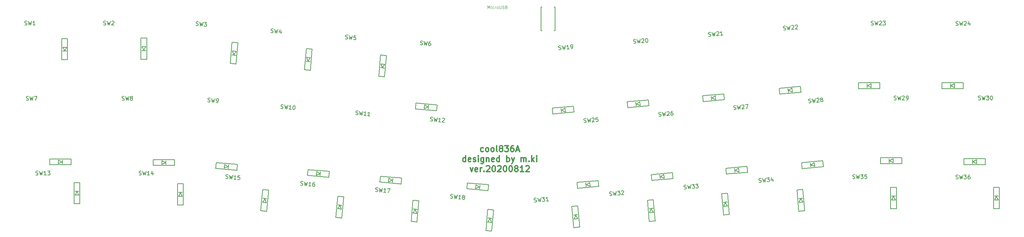
<source format=gto>
%TF.GenerationSoftware,KiCad,Pcbnew,(5.1.6-0-10_14)*%
%TF.CreationDate,2020-08-12T22:04:00+09:00*%
%TF.ProjectId,cool836,636f6f6c-3833-4362-9e6b-696361645f70,rev?*%
%TF.SameCoordinates,Original*%
%TF.FileFunction,Legend,Top*%
%TF.FilePolarity,Positive*%
%FSLAX46Y46*%
G04 Gerber Fmt 4.6, Leading zero omitted, Abs format (unit mm)*
G04 Created by KiCad (PCBNEW (5.1.6-0-10_14)) date 2020-08-12 22:04:00*
%MOMM*%
%LPD*%
G01*
G04 APERTURE LIST*
%ADD10C,0.300000*%
%ADD11C,0.150000*%
%ADD12C,0.120000*%
G04 APERTURE END LIST*
D10*
X175421428Y65867857D02*
X175278571Y65796428D01*
X174992857Y65796428D01*
X174850000Y65867857D01*
X174778571Y65939285D01*
X174707142Y66082142D01*
X174707142Y66510714D01*
X174778571Y66653571D01*
X174850000Y66725000D01*
X174992857Y66796428D01*
X175278571Y66796428D01*
X175421428Y66725000D01*
X176278571Y65796428D02*
X176135714Y65867857D01*
X176064285Y65939285D01*
X175992857Y66082142D01*
X175992857Y66510714D01*
X176064285Y66653571D01*
X176135714Y66725000D01*
X176278571Y66796428D01*
X176492857Y66796428D01*
X176635714Y66725000D01*
X176707142Y66653571D01*
X176778571Y66510714D01*
X176778571Y66082142D01*
X176707142Y65939285D01*
X176635714Y65867857D01*
X176492857Y65796428D01*
X176278571Y65796428D01*
X177635714Y65796428D02*
X177492857Y65867857D01*
X177421428Y65939285D01*
X177350000Y66082142D01*
X177350000Y66510714D01*
X177421428Y66653571D01*
X177492857Y66725000D01*
X177635714Y66796428D01*
X177850000Y66796428D01*
X177992857Y66725000D01*
X178064285Y66653571D01*
X178135714Y66510714D01*
X178135714Y66082142D01*
X178064285Y65939285D01*
X177992857Y65867857D01*
X177850000Y65796428D01*
X177635714Y65796428D01*
X178992857Y65796428D02*
X178850000Y65867857D01*
X178778571Y66010714D01*
X178778571Y67296428D01*
X179778571Y66653571D02*
X179635714Y66725000D01*
X179564285Y66796428D01*
X179492857Y66939285D01*
X179492857Y67010714D01*
X179564285Y67153571D01*
X179635714Y67225000D01*
X179778571Y67296428D01*
X180064285Y67296428D01*
X180207142Y67225000D01*
X180278571Y67153571D01*
X180350000Y67010714D01*
X180350000Y66939285D01*
X180278571Y66796428D01*
X180207142Y66725000D01*
X180064285Y66653571D01*
X179778571Y66653571D01*
X179635714Y66582142D01*
X179564285Y66510714D01*
X179492857Y66367857D01*
X179492857Y66082142D01*
X179564285Y65939285D01*
X179635714Y65867857D01*
X179778571Y65796428D01*
X180064285Y65796428D01*
X180207142Y65867857D01*
X180278571Y65939285D01*
X180350000Y66082142D01*
X180350000Y66367857D01*
X180278571Y66510714D01*
X180207142Y66582142D01*
X180064285Y66653571D01*
X180850000Y67296428D02*
X181778571Y67296428D01*
X181278571Y66725000D01*
X181492857Y66725000D01*
X181635714Y66653571D01*
X181707142Y66582142D01*
X181778571Y66439285D01*
X181778571Y66082142D01*
X181707142Y65939285D01*
X181635714Y65867857D01*
X181492857Y65796428D01*
X181064285Y65796428D01*
X180921428Y65867857D01*
X180850000Y65939285D01*
X183064285Y67296428D02*
X182778571Y67296428D01*
X182635714Y67225000D01*
X182564285Y67153571D01*
X182421428Y66939285D01*
X182350000Y66653571D01*
X182350000Y66082142D01*
X182421428Y65939285D01*
X182492857Y65867857D01*
X182635714Y65796428D01*
X182921428Y65796428D01*
X183064285Y65867857D01*
X183135714Y65939285D01*
X183207142Y66082142D01*
X183207142Y66439285D01*
X183135714Y66582142D01*
X183064285Y66653571D01*
X182921428Y66725000D01*
X182635714Y66725000D01*
X182492857Y66653571D01*
X182421428Y66582142D01*
X182350000Y66439285D01*
X183778571Y66225000D02*
X184492857Y66225000D01*
X183635714Y65796428D02*
X184135714Y67296428D01*
X184635714Y65796428D01*
X170921428Y63246428D02*
X170921428Y64746428D01*
X170921428Y63317857D02*
X170778571Y63246428D01*
X170492857Y63246428D01*
X170350000Y63317857D01*
X170278571Y63389285D01*
X170207142Y63532142D01*
X170207142Y63960714D01*
X170278571Y64103571D01*
X170350000Y64175000D01*
X170492857Y64246428D01*
X170778571Y64246428D01*
X170921428Y64175000D01*
X172207142Y63317857D02*
X172064285Y63246428D01*
X171778571Y63246428D01*
X171635714Y63317857D01*
X171564285Y63460714D01*
X171564285Y64032142D01*
X171635714Y64175000D01*
X171778571Y64246428D01*
X172064285Y64246428D01*
X172207142Y64175000D01*
X172278571Y64032142D01*
X172278571Y63889285D01*
X171564285Y63746428D01*
X172850000Y63317857D02*
X172992857Y63246428D01*
X173278571Y63246428D01*
X173421428Y63317857D01*
X173492857Y63460714D01*
X173492857Y63532142D01*
X173421428Y63675000D01*
X173278571Y63746428D01*
X173064285Y63746428D01*
X172921428Y63817857D01*
X172850000Y63960714D01*
X172850000Y64032142D01*
X172921428Y64175000D01*
X173064285Y64246428D01*
X173278571Y64246428D01*
X173421428Y64175000D01*
X174135714Y63246428D02*
X174135714Y64246428D01*
X174135714Y64746428D02*
X174064285Y64675000D01*
X174135714Y64603571D01*
X174207142Y64675000D01*
X174135714Y64746428D01*
X174135714Y64603571D01*
X175492857Y64246428D02*
X175492857Y63032142D01*
X175421428Y62889285D01*
X175350000Y62817857D01*
X175207142Y62746428D01*
X174992857Y62746428D01*
X174850000Y62817857D01*
X175492857Y63317857D02*
X175350000Y63246428D01*
X175064285Y63246428D01*
X174921428Y63317857D01*
X174850000Y63389285D01*
X174778571Y63532142D01*
X174778571Y63960714D01*
X174850000Y64103571D01*
X174921428Y64175000D01*
X175064285Y64246428D01*
X175350000Y64246428D01*
X175492857Y64175000D01*
X176207142Y64246428D02*
X176207142Y63246428D01*
X176207142Y64103571D02*
X176278571Y64175000D01*
X176421428Y64246428D01*
X176635714Y64246428D01*
X176778571Y64175000D01*
X176850000Y64032142D01*
X176850000Y63246428D01*
X178135714Y63317857D02*
X177992857Y63246428D01*
X177707142Y63246428D01*
X177564285Y63317857D01*
X177492857Y63460714D01*
X177492857Y64032142D01*
X177564285Y64175000D01*
X177707142Y64246428D01*
X177992857Y64246428D01*
X178135714Y64175000D01*
X178207142Y64032142D01*
X178207142Y63889285D01*
X177492857Y63746428D01*
X179492857Y63246428D02*
X179492857Y64746428D01*
X179492857Y63317857D02*
X179350000Y63246428D01*
X179064285Y63246428D01*
X178921428Y63317857D01*
X178850000Y63389285D01*
X178778571Y63532142D01*
X178778571Y63960714D01*
X178850000Y64103571D01*
X178921428Y64175000D01*
X179064285Y64246428D01*
X179350000Y64246428D01*
X179492857Y64175000D01*
X181350000Y63246428D02*
X181350000Y64746428D01*
X181350000Y64175000D02*
X181492857Y64246428D01*
X181778571Y64246428D01*
X181921428Y64175000D01*
X181992857Y64103571D01*
X182064285Y63960714D01*
X182064285Y63532142D01*
X181992857Y63389285D01*
X181921428Y63317857D01*
X181778571Y63246428D01*
X181492857Y63246428D01*
X181350000Y63317857D01*
X182564285Y64246428D02*
X182921428Y63246428D01*
X183278571Y64246428D02*
X182921428Y63246428D01*
X182778571Y62889285D01*
X182707142Y62817857D01*
X182564285Y62746428D01*
X184992857Y63246428D02*
X184992857Y64246428D01*
X184992857Y64103571D02*
X185064285Y64175000D01*
X185207142Y64246428D01*
X185421428Y64246428D01*
X185564285Y64175000D01*
X185635714Y64032142D01*
X185635714Y63246428D01*
X185635714Y64032142D02*
X185707142Y64175000D01*
X185850000Y64246428D01*
X186064285Y64246428D01*
X186207142Y64175000D01*
X186278571Y64032142D01*
X186278571Y63246428D01*
X186992857Y63389285D02*
X187064285Y63317857D01*
X186992857Y63246428D01*
X186921428Y63317857D01*
X186992857Y63389285D01*
X186992857Y63246428D01*
X187707142Y63246428D02*
X187707142Y64746428D01*
X187850000Y63817857D02*
X188278571Y63246428D01*
X188278571Y64246428D02*
X187707142Y63675000D01*
X188921428Y63246428D02*
X188921428Y64246428D01*
X188921428Y64746428D02*
X188850000Y64675000D01*
X188921428Y64603571D01*
X188992857Y64675000D01*
X188921428Y64746428D01*
X188921428Y64603571D01*
X172064285Y61696428D02*
X172421428Y60696428D01*
X172778571Y61696428D01*
X173921428Y60767857D02*
X173778571Y60696428D01*
X173492857Y60696428D01*
X173350000Y60767857D01*
X173278571Y60910714D01*
X173278571Y61482142D01*
X173350000Y61625000D01*
X173492857Y61696428D01*
X173778571Y61696428D01*
X173921428Y61625000D01*
X173992857Y61482142D01*
X173992857Y61339285D01*
X173278571Y61196428D01*
X174635714Y60696428D02*
X174635714Y61696428D01*
X174635714Y61410714D02*
X174707142Y61553571D01*
X174778571Y61625000D01*
X174921428Y61696428D01*
X175064285Y61696428D01*
X175564285Y60839285D02*
X175635714Y60767857D01*
X175564285Y60696428D01*
X175492857Y60767857D01*
X175564285Y60839285D01*
X175564285Y60696428D01*
X176207142Y62053571D02*
X176278571Y62125000D01*
X176421428Y62196428D01*
X176778571Y62196428D01*
X176921428Y62125000D01*
X176992857Y62053571D01*
X177064285Y61910714D01*
X177064285Y61767857D01*
X176992857Y61553571D01*
X176135714Y60696428D01*
X177064285Y60696428D01*
X177992857Y62196428D02*
X178135714Y62196428D01*
X178278571Y62125000D01*
X178350000Y62053571D01*
X178421428Y61910714D01*
X178492857Y61625000D01*
X178492857Y61267857D01*
X178421428Y60982142D01*
X178350000Y60839285D01*
X178278571Y60767857D01*
X178135714Y60696428D01*
X177992857Y60696428D01*
X177850000Y60767857D01*
X177778571Y60839285D01*
X177707142Y60982142D01*
X177635714Y61267857D01*
X177635714Y61625000D01*
X177707142Y61910714D01*
X177778571Y62053571D01*
X177850000Y62125000D01*
X177992857Y62196428D01*
X179064285Y62053571D02*
X179135714Y62125000D01*
X179278571Y62196428D01*
X179635714Y62196428D01*
X179778571Y62125000D01*
X179850000Y62053571D01*
X179921428Y61910714D01*
X179921428Y61767857D01*
X179850000Y61553571D01*
X178992857Y60696428D01*
X179921428Y60696428D01*
X180850000Y62196428D02*
X180992857Y62196428D01*
X181135714Y62125000D01*
X181207142Y62053571D01*
X181278571Y61910714D01*
X181350000Y61625000D01*
X181350000Y61267857D01*
X181278571Y60982142D01*
X181207142Y60839285D01*
X181135714Y60767857D01*
X180992857Y60696428D01*
X180850000Y60696428D01*
X180707142Y60767857D01*
X180635714Y60839285D01*
X180564285Y60982142D01*
X180492857Y61267857D01*
X180492857Y61625000D01*
X180564285Y61910714D01*
X180635714Y62053571D01*
X180707142Y62125000D01*
X180850000Y62196428D01*
X182278571Y62196428D02*
X182421428Y62196428D01*
X182564285Y62125000D01*
X182635714Y62053571D01*
X182707142Y61910714D01*
X182778571Y61625000D01*
X182778571Y61267857D01*
X182707142Y60982142D01*
X182635714Y60839285D01*
X182564285Y60767857D01*
X182421428Y60696428D01*
X182278571Y60696428D01*
X182135714Y60767857D01*
X182064285Y60839285D01*
X181992857Y60982142D01*
X181921428Y61267857D01*
X181921428Y61625000D01*
X181992857Y61910714D01*
X182064285Y62053571D01*
X182135714Y62125000D01*
X182278571Y62196428D01*
X183635714Y61553571D02*
X183492857Y61625000D01*
X183421428Y61696428D01*
X183350000Y61839285D01*
X183350000Y61910714D01*
X183421428Y62053571D01*
X183492857Y62125000D01*
X183635714Y62196428D01*
X183921428Y62196428D01*
X184064285Y62125000D01*
X184135714Y62053571D01*
X184207142Y61910714D01*
X184207142Y61839285D01*
X184135714Y61696428D01*
X184064285Y61625000D01*
X183921428Y61553571D01*
X183635714Y61553571D01*
X183492857Y61482142D01*
X183421428Y61410714D01*
X183350000Y61267857D01*
X183350000Y60982142D01*
X183421428Y60839285D01*
X183492857Y60767857D01*
X183635714Y60696428D01*
X183921428Y60696428D01*
X184064285Y60767857D01*
X184135714Y60839285D01*
X184207142Y60982142D01*
X184207142Y61267857D01*
X184135714Y61410714D01*
X184064285Y61482142D01*
X183921428Y61553571D01*
X185635714Y60696428D02*
X184778571Y60696428D01*
X185207142Y60696428D02*
X185207142Y62196428D01*
X185064285Y61982142D01*
X184921428Y61839285D01*
X184778571Y61767857D01*
X186207142Y62053571D02*
X186278571Y62125000D01*
X186421428Y62196428D01*
X186778571Y62196428D01*
X186921428Y62125000D01*
X186992857Y62053571D01*
X187064285Y61910714D01*
X187064285Y61767857D01*
X186992857Y61553571D01*
X186135714Y60696428D01*
X187064285Y60696428D01*
D11*
%TO.C,D1*%
X69200000Y91425000D02*
X68700000Y92325000D01*
X68700000Y92325000D02*
X69700000Y92325000D01*
X69700000Y92325000D02*
X69200000Y91425000D01*
X68700000Y91325000D02*
X69700000Y91325000D01*
X68450000Y94525000D02*
X68450000Y89125000D01*
X68450000Y89125000D02*
X69950000Y89125000D01*
X69950000Y89125000D02*
X69950000Y94525000D01*
X69950000Y94525000D02*
X68450000Y94525000D01*
%TO.C,D2*%
X89275000Y91575000D02*
X88775000Y92475000D01*
X88775000Y92475000D02*
X89775000Y92475000D01*
X89775000Y92475000D02*
X89275000Y91575000D01*
X88775000Y91475000D02*
X89775000Y91475000D01*
X88525000Y94675000D02*
X88525000Y89275000D01*
X88525000Y89275000D02*
X90025000Y89275000D01*
X90025000Y89275000D02*
X90025000Y94675000D01*
X90025000Y94675000D02*
X88525000Y94675000D01*
%TO.C,D3*%
X112140138Y90426522D02*
X111720481Y91366675D01*
X111720481Y91366675D02*
X112716675Y91279519D01*
X112716675Y91279519D02*
X112140138Y90426522D01*
X111633325Y90370481D02*
X112629519Y90283325D01*
X111663174Y93580092D02*
X111192533Y88200641D01*
X111192533Y88200641D02*
X112686826Y88069908D01*
X112686826Y88069908D02*
X113157467Y93449359D01*
X113157467Y93449359D02*
X111663174Y93580092D01*
%TO.C,D4*%
X130965138Y88801522D02*
X130545481Y89741675D01*
X130545481Y89741675D02*
X131541675Y89654519D01*
X131541675Y89654519D02*
X130965138Y88801522D01*
X130458325Y88745481D02*
X131454519Y88658325D01*
X130488174Y91955092D02*
X130017533Y86575641D01*
X130017533Y86575641D02*
X131511826Y86444908D01*
X131511826Y86444908D02*
X131982467Y91824359D01*
X131982467Y91824359D02*
X130488174Y91955092D01*
%TO.C,D5*%
X149815138Y87151522D02*
X149395481Y88091675D01*
X149395481Y88091675D02*
X150391675Y88004519D01*
X150391675Y88004519D02*
X149815138Y87151522D01*
X149308325Y87095481D02*
X150304519Y87008325D01*
X149338174Y90305092D02*
X148867533Y84925641D01*
X148867533Y84925641D02*
X150361826Y84794908D01*
X150361826Y84794908D02*
X150832467Y90174359D01*
X150832467Y90174359D02*
X149338174Y90305092D01*
%TO.C,D6*%
X161348478Y77115138D02*
X160408325Y76695481D01*
X160408325Y76695481D02*
X160495481Y77691675D01*
X160495481Y77691675D02*
X161348478Y77115138D01*
X161404519Y76608325D02*
X161491675Y77604519D01*
X158194908Y76638174D02*
X163574359Y76167533D01*
X163574359Y76167533D02*
X163705092Y77661826D01*
X163705092Y77661826D02*
X158325641Y78132467D01*
X158325641Y78132467D02*
X158194908Y76638174D01*
%TO.C,D7*%
X65400000Y63950000D02*
X65400000Y62450000D01*
X70800000Y63950000D02*
X65400000Y63950000D01*
X70800000Y62450000D02*
X70800000Y63950000D01*
X65400000Y62450000D02*
X70800000Y62450000D01*
X68600000Y62700000D02*
X68600000Y63700000D01*
X67600000Y63700000D02*
X68500000Y63200000D01*
X67600000Y62700000D02*
X67600000Y63700000D01*
X68500000Y63200000D02*
X67600000Y62700000D01*
%TO.C,D8*%
X91675000Y63775000D02*
X91675000Y62275000D01*
X97075000Y63775000D02*
X91675000Y63775000D01*
X97075000Y62275000D02*
X97075000Y63775000D01*
X91675000Y62275000D02*
X97075000Y62275000D01*
X94875000Y62525000D02*
X94875000Y63525000D01*
X93875000Y63525000D02*
X94775000Y63025000D01*
X93875000Y62525000D02*
X93875000Y63525000D01*
X94775000Y63025000D02*
X93875000Y62525000D01*
%TO.C,D9*%
X107650641Y63032467D02*
X107519908Y61538174D01*
X113030092Y62561826D02*
X107650641Y63032467D01*
X112899359Y61067533D02*
X113030092Y62561826D01*
X107519908Y61538174D02*
X112899359Y61067533D01*
X110729519Y61508325D02*
X110816675Y62504519D01*
X109820481Y62591675D02*
X110673478Y62015138D01*
X109733325Y61595481D02*
X109820481Y62591675D01*
X110673478Y62015138D02*
X109733325Y61595481D01*
%TO.C,D10*%
X130950641Y61232467D02*
X130819908Y59738174D01*
X136330092Y60761826D02*
X130950641Y61232467D01*
X136199359Y59267533D02*
X136330092Y60761826D01*
X130819908Y59738174D02*
X136199359Y59267533D01*
X134029519Y59708325D02*
X134116675Y60704519D01*
X133120481Y60791675D02*
X133973478Y60215138D01*
X133033325Y59795481D02*
X133120481Y60791675D01*
X133973478Y60215138D02*
X133033325Y59795481D01*
%TO.C,D11*%
X149300641Y59557467D02*
X149169908Y58063174D01*
X154680092Y59086826D02*
X149300641Y59557467D01*
X154549359Y57592533D02*
X154680092Y59086826D01*
X149169908Y58063174D02*
X154549359Y57592533D01*
X152379519Y58033325D02*
X152466675Y59029519D01*
X151470481Y59116675D02*
X152323478Y58540138D01*
X151383325Y58120481D02*
X151470481Y59116675D01*
X152323478Y58540138D02*
X151383325Y58120481D01*
%TO.C,D12*%
X174398478Y56840138D02*
X173458325Y56420481D01*
X173458325Y56420481D02*
X173545481Y57416675D01*
X173545481Y57416675D02*
X174398478Y56840138D01*
X174454519Y56333325D02*
X174541675Y57329519D01*
X171244908Y56363174D02*
X176624359Y55892533D01*
X176624359Y55892533D02*
X176755092Y57386826D01*
X176755092Y57386826D02*
X171375641Y57857467D01*
X171375641Y57857467D02*
X171244908Y56363174D01*
%TO.C,D13*%
X72325000Y55650000D02*
X72825000Y54750000D01*
X72825000Y54750000D02*
X71825000Y54750000D01*
X71825000Y54750000D02*
X72325000Y55650000D01*
X72825000Y55750000D02*
X71825000Y55750000D01*
X73075000Y52550000D02*
X73075000Y57950000D01*
X73075000Y57950000D02*
X71575000Y57950000D01*
X71575000Y57950000D02*
X71575000Y52550000D01*
X71575000Y52550000D02*
X73075000Y52550000D01*
%TO.C,D14*%
X98575000Y55350000D02*
X99075000Y54450000D01*
X99075000Y54450000D02*
X98075000Y54450000D01*
X98075000Y54450000D02*
X98575000Y55350000D01*
X99075000Y55450000D02*
X98075000Y55450000D01*
X99325000Y52250000D02*
X99325000Y57650000D01*
X99325000Y57650000D02*
X97825000Y57650000D01*
X97825000Y57650000D02*
X97825000Y52250000D01*
X97825000Y52250000D02*
X99325000Y52250000D01*
%TO.C,D15*%
X119984862Y53798478D02*
X120404519Y52858325D01*
X120404519Y52858325D02*
X119408325Y52945481D01*
X119408325Y52945481D02*
X119984862Y53798478D01*
X120491675Y53854519D02*
X119495481Y53941675D01*
X120461826Y50644908D02*
X120932467Y56024359D01*
X120932467Y56024359D02*
X119438174Y56155092D01*
X119438174Y56155092D02*
X118967533Y50775641D01*
X118967533Y50775641D02*
X120461826Y50644908D01*
%TO.C,D16*%
X139034862Y52123478D02*
X139454519Y51183325D01*
X139454519Y51183325D02*
X138458325Y51270481D01*
X138458325Y51270481D02*
X139034862Y52123478D01*
X139541675Y52179519D02*
X138545481Y52266675D01*
X139511826Y48969908D02*
X139982467Y54349359D01*
X139982467Y54349359D02*
X138488174Y54480092D01*
X138488174Y54480092D02*
X138017533Y49100641D01*
X138017533Y49100641D02*
X139511826Y48969908D01*
%TO.C,D17*%
X158109862Y51073478D02*
X158529519Y50133325D01*
X158529519Y50133325D02*
X157533325Y50220481D01*
X157533325Y50220481D02*
X158109862Y51073478D01*
X158616675Y51129519D02*
X157620481Y51216675D01*
X158586826Y47919908D02*
X159057467Y53299359D01*
X159057467Y53299359D02*
X157563174Y53430092D01*
X157563174Y53430092D02*
X157092533Y48050641D01*
X157092533Y48050641D02*
X158586826Y47919908D01*
%TO.C,D18*%
X176067533Y45750641D02*
X177561826Y45619908D01*
X176538174Y51130092D02*
X176067533Y45750641D01*
X178032467Y50999359D02*
X176538174Y51130092D01*
X177561826Y45619908D02*
X178032467Y50999359D01*
X177591675Y48829519D02*
X176595481Y48916675D01*
X176508325Y47920481D02*
X177084862Y48773478D01*
X177504519Y47833325D02*
X176508325Y47920481D01*
X177084862Y48773478D02*
X177504519Y47833325D01*
%TO.C,D19*%
X198423338Y75817875D02*
X198292605Y77312168D01*
X193043887Y75347234D02*
X198423338Y75817875D01*
X192913154Y76841527D02*
X193043887Y75347234D01*
X198292605Y77312168D02*
X192913154Y76841527D01*
X195126571Y76784220D02*
X195213727Y75788026D01*
X196209921Y75875182D02*
X195269768Y76294839D01*
X196122765Y76871376D02*
X196209921Y75875182D01*
X195269768Y76294839D02*
X196122765Y76871376D01*
%TO.C,D20*%
X217405092Y77438174D02*
X217274359Y78932467D01*
X212025641Y76967533D02*
X217405092Y77438174D01*
X211894908Y78461826D02*
X212025641Y76967533D01*
X217274359Y78932467D02*
X211894908Y78461826D01*
X214108325Y78404519D02*
X214195481Y77408325D01*
X215191675Y77495481D02*
X214251522Y77915138D01*
X215104519Y78491675D02*
X215191675Y77495481D01*
X214251522Y77915138D02*
X215104519Y78491675D01*
%TO.C,D21*%
X236555092Y78963174D02*
X236424359Y80457467D01*
X231175641Y78492533D02*
X236555092Y78963174D01*
X231044908Y79986826D02*
X231175641Y78492533D01*
X236424359Y80457467D02*
X231044908Y79986826D01*
X233258325Y79929519D02*
X233345481Y78933325D01*
X234341675Y79020481D02*
X233401522Y79440138D01*
X234254519Y80016675D02*
X234341675Y79020481D01*
X233401522Y79440138D02*
X234254519Y80016675D01*
%TO.C,D22*%
X255980092Y80863174D02*
X255849359Y82357467D01*
X250600641Y80392533D02*
X255980092Y80863174D01*
X250469908Y81886826D02*
X250600641Y80392533D01*
X255849359Y82357467D02*
X250469908Y81886826D01*
X252683325Y81829519D02*
X252770481Y80833325D01*
X253766675Y80920481D02*
X252826522Y81340138D01*
X253679519Y81916675D02*
X253766675Y80920481D01*
X252826522Y81340138D02*
X253679519Y81916675D01*
%TO.C,D23*%
X276000000Y81800000D02*
X276000000Y83300000D01*
X270600000Y81800000D02*
X276000000Y81800000D01*
X270600000Y83300000D02*
X270600000Y81800000D01*
X276000000Y83300000D02*
X270600000Y83300000D01*
X272800000Y83050000D02*
X272800000Y82050000D01*
X273800000Y82050000D02*
X272900000Y82550000D01*
X273800000Y83050000D02*
X273800000Y82050000D01*
X272900000Y82550000D02*
X273800000Y83050000D01*
%TO.C,D24*%
X294050000Y82550000D02*
X294950000Y83050000D01*
X294950000Y83050000D02*
X294950000Y82050000D01*
X294950000Y82050000D02*
X294050000Y82550000D01*
X293950000Y83050000D02*
X293950000Y82050000D01*
X297150000Y83300000D02*
X291750000Y83300000D01*
X291750000Y83300000D02*
X291750000Y81800000D01*
X291750000Y81800000D02*
X297150000Y81800000D01*
X297150000Y81800000D02*
X297150000Y83300000D01*
%TO.C,D25*%
X201526522Y57440138D02*
X202379519Y58016675D01*
X202379519Y58016675D02*
X202466675Y57020481D01*
X202466675Y57020481D02*
X201526522Y57440138D01*
X201383325Y57929519D02*
X201470481Y56933325D01*
X204549359Y58457467D02*
X199169908Y57986826D01*
X199169908Y57986826D02*
X199300641Y56492533D01*
X199300641Y56492533D02*
X204680092Y56963174D01*
X204680092Y56963174D02*
X204549359Y58457467D01*
%TO.C,D26*%
X220344768Y59419839D02*
X221197765Y59996376D01*
X221197765Y59996376D02*
X221284921Y59000182D01*
X221284921Y59000182D02*
X220344768Y59419839D01*
X220201571Y59909220D02*
X220288727Y58913026D01*
X223367605Y60437168D02*
X217988154Y59966527D01*
X217988154Y59966527D02*
X218118887Y58472234D01*
X218118887Y58472234D02*
X223498338Y58942875D01*
X223498338Y58942875D02*
X223367605Y60437168D01*
%TO.C,D27*%
X239294768Y61044839D02*
X240147765Y61621376D01*
X240147765Y61621376D02*
X240234921Y60625182D01*
X240234921Y60625182D02*
X239294768Y61044839D01*
X239151571Y61534220D02*
X239238727Y60538026D01*
X242317605Y62062168D02*
X236938154Y61591527D01*
X236938154Y61591527D02*
X237068887Y60097234D01*
X237068887Y60097234D02*
X242448338Y60567875D01*
X242448338Y60567875D02*
X242317605Y62062168D01*
%TO.C,D28*%
X258501522Y62440138D02*
X259354519Y63016675D01*
X259354519Y63016675D02*
X259441675Y62020481D01*
X259441675Y62020481D02*
X258501522Y62440138D01*
X258358325Y62929519D02*
X258445481Y61933325D01*
X261524359Y63457467D02*
X256144908Y62986826D01*
X256144908Y62986826D02*
X256275641Y61492533D01*
X256275641Y61492533D02*
X261655092Y61963174D01*
X261655092Y61963174D02*
X261524359Y63457467D01*
%TO.C,D29*%
X278450000Y63475000D02*
X279350000Y63975000D01*
X279350000Y63975000D02*
X279350000Y62975000D01*
X279350000Y62975000D02*
X278450000Y63475000D01*
X278350000Y63975000D02*
X278350000Y62975000D01*
X281550000Y64225000D02*
X276150000Y64225000D01*
X276150000Y64225000D02*
X276150000Y62725000D01*
X276150000Y62725000D02*
X281550000Y62725000D01*
X281550000Y62725000D02*
X281550000Y64225000D01*
%TO.C,D30*%
X302725000Y62500000D02*
X302725000Y64000000D01*
X297325000Y62500000D02*
X302725000Y62500000D01*
X297325000Y64000000D02*
X297325000Y62500000D01*
X302725000Y64000000D02*
X297325000Y64000000D01*
X299525000Y63750000D02*
X299525000Y62750000D01*
X300525000Y62750000D02*
X299625000Y63250000D01*
X300525000Y63750000D02*
X300525000Y62750000D01*
X299625000Y63250000D02*
X300525000Y63750000D01*
%TO.C,D31*%
X198338174Y46494908D02*
X199832467Y46625641D01*
X197867533Y51874359D02*
X198338174Y46494908D01*
X199361826Y52005092D02*
X197867533Y51874359D01*
X199832467Y46625641D02*
X199361826Y52005092D01*
X199304519Y49791675D02*
X198308325Y49704519D01*
X198395481Y48708325D02*
X198815138Y49648478D01*
X199391675Y48795481D02*
X198395481Y48708325D01*
X198815138Y49648478D02*
X199391675Y48795481D01*
%TO.C,D32*%
X217492875Y48076662D02*
X218987168Y48207395D01*
X217022234Y53456113D02*
X217492875Y48076662D01*
X218516527Y53586846D02*
X217022234Y53456113D01*
X218987168Y48207395D02*
X218516527Y53586846D01*
X218459220Y51373429D02*
X217463026Y51286273D01*
X217550182Y50290079D02*
X217969839Y51230232D01*
X218546376Y50377235D02*
X217550182Y50290079D01*
X217969839Y51230232D02*
X218546376Y50377235D01*
%TO.C,D33*%
X236338174Y49694908D02*
X237832467Y49825641D01*
X235867533Y55074359D02*
X236338174Y49694908D01*
X237361826Y55205092D02*
X235867533Y55074359D01*
X237832467Y49825641D02*
X237361826Y55205092D01*
X237304519Y52991675D02*
X236308325Y52904519D01*
X236395481Y51908325D02*
X236815138Y52848478D01*
X237391675Y51995481D02*
X236395481Y51908325D01*
X236815138Y52848478D02*
X237391675Y51995481D01*
%TO.C,D34*%
X255438174Y50669908D02*
X256932467Y50800641D01*
X254967533Y56049359D02*
X255438174Y50669908D01*
X256461826Y56180092D02*
X254967533Y56049359D01*
X256932467Y50800641D02*
X256461826Y56180092D01*
X256404519Y53966675D02*
X255408325Y53879519D01*
X255495481Y52883325D02*
X255915138Y53823478D01*
X256491675Y52970481D02*
X255495481Y52883325D01*
X255915138Y53823478D02*
X256491675Y52970481D01*
%TO.C,D35*%
X278700000Y51300000D02*
X280200000Y51300000D01*
X278700000Y56700000D02*
X278700000Y51300000D01*
X280200000Y56700000D02*
X278700000Y56700000D01*
X280200000Y51300000D02*
X280200000Y56700000D01*
X279950000Y54500000D02*
X278950000Y54500000D01*
X278950000Y53500000D02*
X279450000Y54400000D01*
X279950000Y53500000D02*
X278950000Y53500000D01*
X279450000Y54400000D02*
X279950000Y53500000D01*
%TO.C,D36*%
X304825000Y51300000D02*
X306325000Y51300000D01*
X304825000Y56700000D02*
X304825000Y51300000D01*
X306325000Y56700000D02*
X304825000Y56700000D01*
X306325000Y51300000D02*
X306325000Y56700000D01*
X306075000Y54500000D02*
X305075000Y54500000D01*
X305075000Y53500000D02*
X305575000Y54400000D01*
X306075000Y53500000D02*
X305075000Y53500000D01*
X305575000Y54400000D02*
X306075000Y53500000D01*
%TO.C,SW37*%
X193575000Y96525000D02*
X193325000Y96525000D01*
X193575000Y102525000D02*
X193575000Y96525000D01*
X193575000Y102525000D02*
X193325000Y102525000D01*
X190075000Y102525000D02*
X190325000Y102525000D01*
X190075000Y96525000D02*
X190325000Y96525000D01*
X190075000Y102525000D02*
X190075000Y96525000D01*
%TO.C,U1*%
D12*
X176503571Y102110714D02*
X176503571Y102860714D01*
X176753571Y102325000D01*
X177003571Y102860714D01*
X177003571Y102110714D01*
X177360714Y102110714D02*
X177360714Y102610714D01*
X177360714Y102860714D02*
X177325000Y102825000D01*
X177360714Y102789285D01*
X177396428Y102825000D01*
X177360714Y102860714D01*
X177360714Y102789285D01*
X178039285Y102146428D02*
X177967857Y102110714D01*
X177825000Y102110714D01*
X177753571Y102146428D01*
X177717857Y102182142D01*
X177682142Y102253571D01*
X177682142Y102467857D01*
X177717857Y102539285D01*
X177753571Y102575000D01*
X177825000Y102610714D01*
X177967857Y102610714D01*
X178039285Y102575000D01*
X178360714Y102110714D02*
X178360714Y102610714D01*
X178360714Y102467857D02*
X178396428Y102539285D01*
X178432142Y102575000D01*
X178503571Y102610714D01*
X178575000Y102610714D01*
X178932142Y102110714D02*
X178860714Y102146428D01*
X178825000Y102182142D01*
X178789285Y102253571D01*
X178789285Y102467857D01*
X178825000Y102539285D01*
X178860714Y102575000D01*
X178932142Y102610714D01*
X179039285Y102610714D01*
X179110714Y102575000D01*
X179146428Y102539285D01*
X179182142Y102467857D01*
X179182142Y102253571D01*
X179146428Y102182142D01*
X179110714Y102146428D01*
X179039285Y102110714D01*
X178932142Y102110714D01*
X179503571Y102860714D02*
X179503571Y102253571D01*
X179539285Y102182142D01*
X179575000Y102146428D01*
X179646428Y102110714D01*
X179789285Y102110714D01*
X179860714Y102146428D01*
X179896428Y102182142D01*
X179932142Y102253571D01*
X179932142Y102860714D01*
X180253571Y102146428D02*
X180360714Y102110714D01*
X180539285Y102110714D01*
X180610714Y102146428D01*
X180646428Y102182142D01*
X180682142Y102253571D01*
X180682142Y102325000D01*
X180646428Y102396428D01*
X180610714Y102432142D01*
X180539285Y102467857D01*
X180396428Y102503571D01*
X180325000Y102539285D01*
X180289285Y102575000D01*
X180253571Y102646428D01*
X180253571Y102717857D01*
X180289285Y102789285D01*
X180325000Y102825000D01*
X180396428Y102860714D01*
X180575000Y102860714D01*
X180682142Y102825000D01*
X181253571Y102503571D02*
X181360714Y102467857D01*
X181396428Y102432142D01*
X181432142Y102360714D01*
X181432142Y102253571D01*
X181396428Y102182142D01*
X181360714Y102146428D01*
X181289285Y102110714D01*
X181003571Y102110714D01*
X181003571Y102860714D01*
X181253571Y102860714D01*
X181325000Y102825000D01*
X181360714Y102789285D01*
X181396428Y102717857D01*
X181396428Y102646428D01*
X181360714Y102575000D01*
X181325000Y102539285D01*
X181253571Y102503571D01*
X181003571Y102503571D01*
D11*
%TO.C,SW1*%
X59066666Y97995238D02*
X59209523Y97947619D01*
X59447619Y97947619D01*
X59542857Y97995238D01*
X59590476Y98042857D01*
X59638095Y98138095D01*
X59638095Y98233333D01*
X59590476Y98328571D01*
X59542857Y98376190D01*
X59447619Y98423809D01*
X59257142Y98471428D01*
X59161904Y98519047D01*
X59114285Y98566666D01*
X59066666Y98661904D01*
X59066666Y98757142D01*
X59114285Y98852380D01*
X59161904Y98900000D01*
X59257142Y98947619D01*
X59495238Y98947619D01*
X59638095Y98900000D01*
X59971428Y98947619D02*
X60209523Y97947619D01*
X60400000Y98661904D01*
X60590476Y97947619D01*
X60828571Y98947619D01*
X61733333Y97947619D02*
X61161904Y97947619D01*
X61447619Y97947619D02*
X61447619Y98947619D01*
X61352380Y98804761D01*
X61257142Y98709523D01*
X61161904Y98661904D01*
%TO.C,SW7*%
X59466666Y78895238D02*
X59609523Y78847619D01*
X59847619Y78847619D01*
X59942857Y78895238D01*
X59990476Y78942857D01*
X60038095Y79038095D01*
X60038095Y79133333D01*
X59990476Y79228571D01*
X59942857Y79276190D01*
X59847619Y79323809D01*
X59657142Y79371428D01*
X59561904Y79419047D01*
X59514285Y79466666D01*
X59466666Y79561904D01*
X59466666Y79657142D01*
X59514285Y79752380D01*
X59561904Y79800000D01*
X59657142Y79847619D01*
X59895238Y79847619D01*
X60038095Y79800000D01*
X60371428Y79847619D02*
X60609523Y78847619D01*
X60800000Y79561904D01*
X60990476Y78847619D01*
X61228571Y79847619D01*
X61514285Y79847619D02*
X62180952Y79847619D01*
X61752380Y78847619D01*
%TO.C,SW2*%
X79066666Y97995238D02*
X79209523Y97947619D01*
X79447619Y97947619D01*
X79542857Y97995238D01*
X79590476Y98042857D01*
X79638095Y98138095D01*
X79638095Y98233333D01*
X79590476Y98328571D01*
X79542857Y98376190D01*
X79447619Y98423809D01*
X79257142Y98471428D01*
X79161904Y98519047D01*
X79114285Y98566666D01*
X79066666Y98661904D01*
X79066666Y98757142D01*
X79114285Y98852380D01*
X79161904Y98900000D01*
X79257142Y98947619D01*
X79495238Y98947619D01*
X79638095Y98900000D01*
X79971428Y98947619D02*
X80209523Y97947619D01*
X80400000Y98661904D01*
X80590476Y97947619D01*
X80828571Y98947619D01*
X81161904Y98852380D02*
X81209523Y98900000D01*
X81304761Y98947619D01*
X81542857Y98947619D01*
X81638095Y98900000D01*
X81685714Y98852380D01*
X81733333Y98757142D01*
X81733333Y98661904D01*
X81685714Y98519047D01*
X81114285Y97947619D01*
X81733333Y97947619D01*
%TO.C,SW3*%
X102507562Y97883684D02*
X102645725Y97823796D01*
X102882914Y97803044D01*
X102981940Y97842182D01*
X103033528Y97885469D01*
X103089267Y97976195D01*
X103097567Y98071070D01*
X103058430Y98170096D01*
X103015142Y98221685D01*
X102924417Y98277423D01*
X102738816Y98341462D01*
X102648090Y98397200D01*
X102604803Y98448788D01*
X102565665Y98547814D01*
X102573966Y98642690D01*
X102629704Y98733415D01*
X102681292Y98776703D01*
X102780318Y98815840D01*
X103017508Y98795089D01*
X103155671Y98735200D01*
X103491886Y98753586D02*
X103641920Y97736640D01*
X103893925Y98431607D01*
X104021422Y97703438D01*
X104345767Y98678881D01*
X104630394Y98653980D02*
X105247086Y98600026D01*
X104881819Y98249575D01*
X105024133Y98237124D01*
X105114858Y98181386D01*
X105158146Y98129798D01*
X105197283Y98030772D01*
X105176532Y97793583D01*
X105120793Y97702857D01*
X105069205Y97659570D01*
X104970179Y97620432D01*
X104685552Y97645334D01*
X104594827Y97701072D01*
X104551539Y97752661D01*
%TO.C,SW4*%
X121507562Y96083684D02*
X121645725Y96023796D01*
X121882914Y96003044D01*
X121981940Y96042182D01*
X122033528Y96085469D01*
X122089267Y96176195D01*
X122097567Y96271070D01*
X122058430Y96370096D01*
X122015142Y96421685D01*
X121924417Y96477423D01*
X121738816Y96541462D01*
X121648090Y96597200D01*
X121604803Y96648788D01*
X121565665Y96747814D01*
X121573966Y96842690D01*
X121629704Y96933415D01*
X121681292Y96976703D01*
X121780318Y97015840D01*
X122017508Y96995089D01*
X122155671Y96935200D01*
X122491886Y96953586D02*
X122641920Y95936640D01*
X122893925Y96631607D01*
X123021422Y95903438D01*
X123345767Y96878881D01*
X124123159Y96476262D02*
X124065055Y95812132D01*
X123919172Y96876516D02*
X123619728Y96185700D01*
X124236420Y96131746D01*
%TO.C,SW5*%
X140407562Y94483684D02*
X140545725Y94423796D01*
X140782914Y94403044D01*
X140881940Y94442182D01*
X140933528Y94485469D01*
X140989267Y94576195D01*
X140997567Y94671070D01*
X140958430Y94770096D01*
X140915142Y94821685D01*
X140824417Y94877423D01*
X140638816Y94941462D01*
X140548090Y94997200D01*
X140504803Y95048788D01*
X140465665Y95147814D01*
X140473966Y95242690D01*
X140529704Y95333415D01*
X140581292Y95376703D01*
X140680318Y95415840D01*
X140917508Y95395089D01*
X141055671Y95335200D01*
X141391886Y95353586D02*
X141541920Y94336640D01*
X141793925Y95031607D01*
X141921422Y94303438D01*
X142245767Y95278881D01*
X143099648Y95204176D02*
X142625270Y95245679D01*
X142536329Y94775451D01*
X142587918Y94818738D01*
X142686943Y94857876D01*
X142924133Y94837124D01*
X143014858Y94781386D01*
X143058146Y94729798D01*
X143097283Y94630772D01*
X143076532Y94393583D01*
X143020793Y94302857D01*
X142969205Y94259570D01*
X142870179Y94220432D01*
X142632990Y94241184D01*
X142542265Y94296922D01*
X142498977Y94348510D01*
%TO.C,SW6*%
X159407562Y92983684D02*
X159545725Y92923796D01*
X159782914Y92903044D01*
X159881940Y92942182D01*
X159933528Y92985469D01*
X159989267Y93076195D01*
X159997567Y93171070D01*
X159958430Y93270096D01*
X159915142Y93321685D01*
X159824417Y93377423D01*
X159638816Y93441462D01*
X159548090Y93497200D01*
X159504803Y93548788D01*
X159465665Y93647814D01*
X159473966Y93742690D01*
X159529704Y93833415D01*
X159581292Y93876703D01*
X159680318Y93915840D01*
X159917508Y93895089D01*
X160055671Y93835200D01*
X160391886Y93853586D02*
X160541920Y92836640D01*
X160793925Y93531607D01*
X160921422Y92803438D01*
X161245767Y93778881D01*
X162052211Y93708327D02*
X161862459Y93724928D01*
X161763433Y93685790D01*
X161711845Y93642503D01*
X161604519Y93508490D01*
X161540480Y93322889D01*
X161507277Y92943386D01*
X161546415Y92844360D01*
X161589702Y92792772D01*
X161680428Y92737034D01*
X161870179Y92720432D01*
X161969205Y92759570D01*
X162020793Y92802857D01*
X162076532Y92893583D01*
X162097283Y93130772D01*
X162058146Y93229798D01*
X162014858Y93281386D01*
X161924133Y93337124D01*
X161734381Y93353725D01*
X161635355Y93314588D01*
X161583767Y93271301D01*
X161528029Y93180575D01*
%TO.C,SW8*%
X83766666Y78895238D02*
X83909523Y78847619D01*
X84147619Y78847619D01*
X84242857Y78895238D01*
X84290476Y78942857D01*
X84338095Y79038095D01*
X84338095Y79133333D01*
X84290476Y79228571D01*
X84242857Y79276190D01*
X84147619Y79323809D01*
X83957142Y79371428D01*
X83861904Y79419047D01*
X83814285Y79466666D01*
X83766666Y79561904D01*
X83766666Y79657142D01*
X83814285Y79752380D01*
X83861904Y79800000D01*
X83957142Y79847619D01*
X84195238Y79847619D01*
X84338095Y79800000D01*
X84671428Y79847619D02*
X84909523Y78847619D01*
X85100000Y79561904D01*
X85290476Y78847619D01*
X85528571Y79847619D01*
X86052380Y79419047D02*
X85957142Y79466666D01*
X85909523Y79514285D01*
X85861904Y79609523D01*
X85861904Y79657142D01*
X85909523Y79752380D01*
X85957142Y79800000D01*
X86052380Y79847619D01*
X86242857Y79847619D01*
X86338095Y79800000D01*
X86385714Y79752380D01*
X86433333Y79657142D01*
X86433333Y79609523D01*
X86385714Y79514285D01*
X86338095Y79466666D01*
X86242857Y79419047D01*
X86052380Y79419047D01*
X85957142Y79371428D01*
X85909523Y79323809D01*
X85861904Y79228571D01*
X85861904Y79038095D01*
X85909523Y78942857D01*
X85957142Y78895238D01*
X86052380Y78847619D01*
X86242857Y78847619D01*
X86338095Y78895238D01*
X86385714Y78942857D01*
X86433333Y79038095D01*
X86433333Y79228571D01*
X86385714Y79323809D01*
X86338095Y79371428D01*
X86242857Y79419047D01*
%TO.C,SW9*%
X105507562Y78483684D02*
X105645725Y78423796D01*
X105882914Y78403044D01*
X105981940Y78442182D01*
X106033528Y78485469D01*
X106089267Y78576195D01*
X106097567Y78671070D01*
X106058430Y78770096D01*
X106015142Y78821685D01*
X105924417Y78877423D01*
X105738816Y78941462D01*
X105648090Y78997200D01*
X105604803Y79048788D01*
X105565665Y79147814D01*
X105573966Y79242690D01*
X105629704Y79333415D01*
X105681292Y79376703D01*
X105780318Y79415840D01*
X106017508Y79395089D01*
X106155671Y79335200D01*
X106491886Y79353586D02*
X106641920Y78336640D01*
X106893925Y79031607D01*
X107021422Y78303438D01*
X107345767Y79278881D01*
X107685552Y78245334D02*
X107875303Y78228733D01*
X107974329Y78267870D01*
X108025918Y78311158D01*
X108133244Y78445171D01*
X108197283Y78630772D01*
X108230485Y79010275D01*
X108191348Y79109301D01*
X108148060Y79160889D01*
X108057335Y79216627D01*
X107867584Y79233228D01*
X107768558Y79194091D01*
X107716969Y79150803D01*
X107661231Y79060078D01*
X107640480Y78822889D01*
X107679617Y78723863D01*
X107722905Y78672275D01*
X107813630Y78616536D01*
X108003381Y78599935D01*
X108102407Y78639072D01*
X108153995Y78682360D01*
X108209734Y78773085D01*
%TO.C,SW10*%
X124033183Y76825187D02*
X124171346Y76765299D01*
X124408536Y76744547D01*
X124507562Y76783684D01*
X124559150Y76826972D01*
X124614888Y76917697D01*
X124623189Y77012573D01*
X124584051Y77111599D01*
X124540764Y77163187D01*
X124450038Y77218926D01*
X124264437Y77282965D01*
X124173712Y77338703D01*
X124130424Y77390291D01*
X124091287Y77489317D01*
X124099588Y77584193D01*
X124155326Y77674918D01*
X124206914Y77718206D01*
X124305940Y77757343D01*
X124543129Y77736592D01*
X124681292Y77676703D01*
X125017508Y77695089D02*
X125167541Y76678143D01*
X125419547Y77373109D01*
X125547044Y76644941D01*
X125871389Y77620384D01*
X126685552Y76545334D02*
X126116298Y76595137D01*
X126400925Y76570236D02*
X126488081Y77566430D01*
X126380754Y77432417D01*
X126277578Y77345842D01*
X126178552Y77306705D01*
X127389400Y77487575D02*
X127484275Y77479275D01*
X127575001Y77423536D01*
X127618288Y77371948D01*
X127657426Y77272922D01*
X127688262Y77079021D01*
X127667511Y76841831D01*
X127603472Y76656230D01*
X127547734Y76565505D01*
X127496146Y76522217D01*
X127397120Y76483080D01*
X127302244Y76491381D01*
X127211519Y76547119D01*
X127168231Y76598707D01*
X127129094Y76697733D01*
X127098257Y76891635D01*
X127119008Y77128824D01*
X127183047Y77314425D01*
X127238786Y77405150D01*
X127290374Y77448438D01*
X127389400Y77487575D01*
%TO.C,SW11*%
X143033183Y75225187D02*
X143171346Y75165299D01*
X143408536Y75144547D01*
X143507562Y75183684D01*
X143559150Y75226972D01*
X143614888Y75317697D01*
X143623189Y75412573D01*
X143584051Y75511599D01*
X143540764Y75563187D01*
X143450038Y75618926D01*
X143264437Y75682965D01*
X143173712Y75738703D01*
X143130424Y75790291D01*
X143091287Y75889317D01*
X143099588Y75984193D01*
X143155326Y76074918D01*
X143206914Y76118206D01*
X143305940Y76157343D01*
X143543129Y76136592D01*
X143681292Y76076703D01*
X144017508Y76095089D02*
X144167541Y75078143D01*
X144419547Y75773109D01*
X144547044Y75044941D01*
X144871389Y76020384D01*
X145685552Y74945334D02*
X145116298Y74995137D01*
X145400925Y74970236D02*
X145488081Y75966430D01*
X145380754Y75832417D01*
X145277578Y75745842D01*
X145178552Y75706705D01*
X146634309Y74862329D02*
X146065055Y74912132D01*
X146349682Y74887230D02*
X146436838Y75883425D01*
X146329511Y75749412D01*
X146226335Y75662837D01*
X146127309Y75623700D01*
%TO.C,SW12*%
X161933183Y73625187D02*
X162071346Y73565299D01*
X162308536Y73544547D01*
X162407562Y73583684D01*
X162459150Y73626972D01*
X162514888Y73717697D01*
X162523189Y73812573D01*
X162484051Y73911599D01*
X162440764Y73963187D01*
X162350038Y74018926D01*
X162164437Y74082965D01*
X162073712Y74138703D01*
X162030424Y74190291D01*
X161991287Y74289317D01*
X161999588Y74384193D01*
X162055326Y74474918D01*
X162106914Y74518206D01*
X162205940Y74557343D01*
X162443129Y74536592D01*
X162581292Y74476703D01*
X162917508Y74495089D02*
X163067541Y73478143D01*
X163319547Y74173109D01*
X163447044Y73444941D01*
X163771389Y74420384D01*
X164585552Y73345334D02*
X164016298Y73395137D01*
X164300925Y73370236D02*
X164388081Y74366430D01*
X164280754Y74232417D01*
X164177578Y74145842D01*
X164078552Y74106705D01*
X165043910Y74213451D02*
X165095498Y74256738D01*
X165194524Y74295876D01*
X165431713Y74275124D01*
X165522439Y74219386D01*
X165565726Y74167798D01*
X165604864Y74068772D01*
X165596563Y73973896D01*
X165536674Y73835733D01*
X164917617Y73316282D01*
X165534309Y73262329D01*
%TO.C,SW13*%
X61890476Y59895238D02*
X62033333Y59847619D01*
X62271428Y59847619D01*
X62366666Y59895238D01*
X62414285Y59942857D01*
X62461904Y60038095D01*
X62461904Y60133333D01*
X62414285Y60228571D01*
X62366666Y60276190D01*
X62271428Y60323809D01*
X62080952Y60371428D01*
X61985714Y60419047D01*
X61938095Y60466666D01*
X61890476Y60561904D01*
X61890476Y60657142D01*
X61938095Y60752380D01*
X61985714Y60800000D01*
X62080952Y60847619D01*
X62319047Y60847619D01*
X62461904Y60800000D01*
X62795238Y60847619D02*
X63033333Y59847619D01*
X63223809Y60561904D01*
X63414285Y59847619D01*
X63652380Y60847619D01*
X64557142Y59847619D02*
X63985714Y59847619D01*
X64271428Y59847619D02*
X64271428Y60847619D01*
X64176190Y60704761D01*
X64080952Y60609523D01*
X63985714Y60561904D01*
X64890476Y60847619D02*
X65509523Y60847619D01*
X65176190Y60466666D01*
X65319047Y60466666D01*
X65414285Y60419047D01*
X65461904Y60371428D01*
X65509523Y60276190D01*
X65509523Y60038095D01*
X65461904Y59942857D01*
X65414285Y59895238D01*
X65319047Y59847619D01*
X65033333Y59847619D01*
X64938095Y59895238D01*
X64890476Y59942857D01*
%TO.C,SW14*%
X88090476Y59895238D02*
X88233333Y59847619D01*
X88471428Y59847619D01*
X88566666Y59895238D01*
X88614285Y59942857D01*
X88661904Y60038095D01*
X88661904Y60133333D01*
X88614285Y60228571D01*
X88566666Y60276190D01*
X88471428Y60323809D01*
X88280952Y60371428D01*
X88185714Y60419047D01*
X88138095Y60466666D01*
X88090476Y60561904D01*
X88090476Y60657142D01*
X88138095Y60752380D01*
X88185714Y60800000D01*
X88280952Y60847619D01*
X88519047Y60847619D01*
X88661904Y60800000D01*
X88995238Y60847619D02*
X89233333Y59847619D01*
X89423809Y60561904D01*
X89614285Y59847619D01*
X89852380Y60847619D01*
X90757142Y59847619D02*
X90185714Y59847619D01*
X90471428Y59847619D02*
X90471428Y60847619D01*
X90376190Y60704761D01*
X90280952Y60609523D01*
X90185714Y60561904D01*
X91614285Y60514285D02*
X91614285Y59847619D01*
X91376190Y60895238D02*
X91138095Y60180952D01*
X91757142Y60180952D01*
%TO.C,SW15*%
X110033183Y59025187D02*
X110171346Y58965299D01*
X110408536Y58944547D01*
X110507562Y58983684D01*
X110559150Y59026972D01*
X110614888Y59117697D01*
X110623189Y59212573D01*
X110584051Y59311599D01*
X110540764Y59363187D01*
X110450038Y59418926D01*
X110264437Y59482965D01*
X110173712Y59538703D01*
X110130424Y59590291D01*
X110091287Y59689317D01*
X110099588Y59784193D01*
X110155326Y59874918D01*
X110206914Y59918206D01*
X110305940Y59957343D01*
X110543129Y59936592D01*
X110681292Y59876703D01*
X111017508Y59895089D02*
X111167541Y58878143D01*
X111419547Y59573109D01*
X111547044Y58844941D01*
X111871389Y59820384D01*
X112685552Y58745334D02*
X112116298Y58795137D01*
X112400925Y58770236D02*
X112488081Y59766430D01*
X112380754Y59632417D01*
X112277578Y59545842D01*
X112178552Y59506705D01*
X113674027Y59662674D02*
X113199648Y59704176D01*
X113110708Y59233948D01*
X113162296Y59277236D01*
X113261322Y59316373D01*
X113498511Y59295622D01*
X113589237Y59239883D01*
X113632524Y59188295D01*
X113671661Y59089269D01*
X113650910Y58852080D01*
X113595172Y58761355D01*
X113543584Y58718067D01*
X113444558Y58678930D01*
X113207368Y58699681D01*
X113116643Y58755419D01*
X113073355Y58807008D01*
%TO.C,SW16*%
X129033183Y57325187D02*
X129171346Y57265299D01*
X129408536Y57244547D01*
X129507562Y57283684D01*
X129559150Y57326972D01*
X129614888Y57417697D01*
X129623189Y57512573D01*
X129584051Y57611599D01*
X129540764Y57663187D01*
X129450038Y57718926D01*
X129264437Y57782965D01*
X129173712Y57838703D01*
X129130424Y57890291D01*
X129091287Y57989317D01*
X129099588Y58084193D01*
X129155326Y58174918D01*
X129206914Y58218206D01*
X129305940Y58257343D01*
X129543129Y58236592D01*
X129681292Y58176703D01*
X130017508Y58195089D02*
X130167541Y57178143D01*
X130419547Y57873109D01*
X130547044Y57144941D01*
X130871389Y58120384D01*
X131685552Y57045334D02*
X131116298Y57095137D01*
X131400925Y57070236D02*
X131488081Y58066430D01*
X131380754Y57932417D01*
X131277578Y57845842D01*
X131178552Y57806705D01*
X132626589Y57966824D02*
X132436838Y57983425D01*
X132337812Y57944288D01*
X132286224Y57901000D01*
X132178897Y57766987D01*
X132114858Y57581386D01*
X132081656Y57201883D01*
X132120793Y57102857D01*
X132164081Y57051269D01*
X132254806Y56995531D01*
X132444558Y56978930D01*
X132543584Y57018067D01*
X132595172Y57061355D01*
X132650910Y57152080D01*
X132671661Y57389269D01*
X132632524Y57488295D01*
X132589237Y57539883D01*
X132498511Y57595622D01*
X132308760Y57612223D01*
X132209734Y57573085D01*
X132158146Y57529798D01*
X132102407Y57439072D01*
%TO.C,SW17*%
X148033183Y55725187D02*
X148171346Y55665299D01*
X148408536Y55644547D01*
X148507562Y55683684D01*
X148559150Y55726972D01*
X148614888Y55817697D01*
X148623189Y55912573D01*
X148584051Y56011599D01*
X148540764Y56063187D01*
X148450038Y56118926D01*
X148264437Y56182965D01*
X148173712Y56238703D01*
X148130424Y56290291D01*
X148091287Y56389317D01*
X148099588Y56484193D01*
X148155326Y56574918D01*
X148206914Y56618206D01*
X148305940Y56657343D01*
X148543129Y56636592D01*
X148681292Y56576703D01*
X149017508Y56595089D02*
X149167541Y55578143D01*
X149419547Y56273109D01*
X149547044Y55544941D01*
X149871389Y56520384D01*
X150685552Y55445334D02*
X150116298Y55495137D01*
X150400925Y55470236D02*
X150488081Y56466430D01*
X150380754Y56332417D01*
X150277578Y56245842D01*
X150178552Y56206705D01*
X151104773Y56412477D02*
X151768903Y56354373D01*
X151254806Y55395531D01*
%TO.C,SW18*%
X167033183Y54025187D02*
X167171346Y53965299D01*
X167408536Y53944547D01*
X167507562Y53983684D01*
X167559150Y54026972D01*
X167614888Y54117697D01*
X167623189Y54212573D01*
X167584051Y54311599D01*
X167540764Y54363187D01*
X167450038Y54418926D01*
X167264437Y54482965D01*
X167173712Y54538703D01*
X167130424Y54590291D01*
X167091287Y54689317D01*
X167099588Y54784193D01*
X167155326Y54874918D01*
X167206914Y54918206D01*
X167305940Y54957343D01*
X167543129Y54936592D01*
X167681292Y54876703D01*
X168017508Y54895089D02*
X168167541Y53878143D01*
X168419547Y54573109D01*
X168547044Y53844941D01*
X168871389Y54820384D01*
X169685552Y53745334D02*
X169116298Y53795137D01*
X169400925Y53770236D02*
X169488081Y54766430D01*
X169380754Y54632417D01*
X169277578Y54545842D01*
X169178552Y54506705D01*
X170304609Y54264785D02*
X170213884Y54320523D01*
X170170596Y54372111D01*
X170131459Y54471137D01*
X170135609Y54518575D01*
X170191348Y54609301D01*
X170242936Y54652588D01*
X170341962Y54691725D01*
X170531713Y54675124D01*
X170622439Y54619386D01*
X170665726Y54567798D01*
X170704864Y54468772D01*
X170700713Y54421334D01*
X170644975Y54330609D01*
X170593387Y54287321D01*
X170494361Y54248184D01*
X170304609Y54264785D01*
X170205584Y54225648D01*
X170153995Y54182360D01*
X170098257Y54091635D01*
X170081656Y53901883D01*
X170120793Y53802857D01*
X170164081Y53751269D01*
X170254806Y53695531D01*
X170444558Y53678930D01*
X170543584Y53718067D01*
X170595172Y53761355D01*
X170650910Y53852080D01*
X170667511Y54041831D01*
X170628374Y54140857D01*
X170585086Y54192445D01*
X170494361Y54248184D01*
%TO.C,SW19*%
X194561540Y91709766D02*
X194708004Y91674779D01*
X194945193Y91695531D01*
X195035918Y91751269D01*
X195079206Y91802857D01*
X195118343Y91901883D01*
X195110043Y91996759D01*
X195054304Y92087484D01*
X195002716Y92130772D01*
X194903690Y92169909D01*
X194709788Y92200746D01*
X194610762Y92239883D01*
X194559174Y92283171D01*
X194503436Y92373896D01*
X194495135Y92468772D01*
X194534273Y92567798D01*
X194577560Y92619386D01*
X194668286Y92675124D01*
X194905475Y92695876D01*
X195051939Y92660889D01*
X195379853Y92737378D02*
X195704198Y91761935D01*
X195831696Y92490104D01*
X196083701Y91795137D01*
X196233735Y92812083D01*
X197222209Y91894744D02*
X196652955Y91844941D01*
X196937582Y91869842D02*
X196850426Y92866037D01*
X196768002Y92715423D01*
X196681426Y92612247D01*
X196590701Y92556508D01*
X197696588Y91936247D02*
X197886339Y91952848D01*
X197977064Y92008586D01*
X198020352Y92060174D01*
X198102777Y92210788D01*
X198133614Y92404690D01*
X198100411Y92784193D01*
X198044673Y92874918D01*
X197993085Y92918206D01*
X197894059Y92957343D01*
X197704308Y92940742D01*
X197613582Y92885004D01*
X197570295Y92833415D01*
X197531157Y92734389D01*
X197551909Y92497200D01*
X197607647Y92406475D01*
X197659235Y92363187D01*
X197758261Y92324050D01*
X197948013Y92340651D01*
X198038738Y92396389D01*
X198082026Y92447978D01*
X198121163Y92547003D01*
%TO.C,SW20*%
X213561540Y93309766D02*
X213708004Y93274779D01*
X213945193Y93295531D01*
X214035918Y93351269D01*
X214079206Y93402857D01*
X214118343Y93501883D01*
X214110043Y93596759D01*
X214054304Y93687484D01*
X214002716Y93730772D01*
X213903690Y93769909D01*
X213709788Y93800746D01*
X213610762Y93839883D01*
X213559174Y93883171D01*
X213503436Y93973896D01*
X213495135Y94068772D01*
X213534273Y94167798D01*
X213577560Y94219386D01*
X213668286Y94275124D01*
X213905475Y94295876D01*
X214051939Y94260889D01*
X214379853Y94337378D02*
X214704198Y93361935D01*
X214831696Y94090104D01*
X215083701Y93395137D01*
X215233735Y94412083D01*
X215574100Y94346260D02*
X215617388Y94397848D01*
X215708113Y94453586D01*
X215945302Y94474338D01*
X216044328Y94435200D01*
X216095916Y94391913D01*
X216151655Y94301187D01*
X216159955Y94206312D01*
X216124968Y94059848D01*
X215605517Y93440790D01*
X216222209Y93494744D01*
X216751745Y94544892D02*
X216846621Y94553193D01*
X216945647Y94514055D01*
X216997235Y94470768D01*
X217052974Y94380042D01*
X217117013Y94194441D01*
X217137764Y93957252D01*
X217106927Y93763350D01*
X217067790Y93664325D01*
X217024502Y93612736D01*
X216933777Y93556998D01*
X216838901Y93548697D01*
X216739875Y93587835D01*
X216688287Y93631122D01*
X216632549Y93721848D01*
X216568510Y93907449D01*
X216547758Y94144638D01*
X216578595Y94338540D01*
X216617732Y94437566D01*
X216661020Y94489154D01*
X216751745Y94544892D01*
%TO.C,SW21*%
X232561540Y95109766D02*
X232708004Y95074779D01*
X232945193Y95095531D01*
X233035918Y95151269D01*
X233079206Y95202857D01*
X233118343Y95301883D01*
X233110043Y95396759D01*
X233054304Y95487484D01*
X233002716Y95530772D01*
X232903690Y95569909D01*
X232709788Y95600746D01*
X232610762Y95639883D01*
X232559174Y95683171D01*
X232503436Y95773896D01*
X232495135Y95868772D01*
X232534273Y95967798D01*
X232577560Y96019386D01*
X232668286Y96075124D01*
X232905475Y96095876D01*
X233051939Y96060889D01*
X233379853Y96137378D02*
X233704198Y95161935D01*
X233831696Y95890104D01*
X234083701Y95195137D01*
X234233735Y96212083D01*
X234574100Y96146260D02*
X234617388Y96197848D01*
X234708113Y96253586D01*
X234945302Y96274338D01*
X235044328Y96235200D01*
X235095916Y96191913D01*
X235151655Y96101187D01*
X235159955Y96006312D01*
X235124968Y95859848D01*
X234605517Y95240790D01*
X235222209Y95294744D01*
X236170966Y95377749D02*
X235601712Y95327946D01*
X235886339Y95352848D02*
X235799183Y96349042D01*
X235716758Y96198428D01*
X235630183Y96095252D01*
X235539458Y96039514D01*
%TO.C,SW22*%
X251561540Y96709766D02*
X251708004Y96674779D01*
X251945193Y96695531D01*
X252035918Y96751269D01*
X252079206Y96802857D01*
X252118343Y96901883D01*
X252110043Y96996759D01*
X252054304Y97087484D01*
X252002716Y97130772D01*
X251903690Y97169909D01*
X251709788Y97200746D01*
X251610762Y97239883D01*
X251559174Y97283171D01*
X251503436Y97373896D01*
X251495135Y97468772D01*
X251534273Y97567798D01*
X251577560Y97619386D01*
X251668286Y97675124D01*
X251905475Y97695876D01*
X252051939Y97660889D01*
X252379853Y97737378D02*
X252704198Y96761935D01*
X252831696Y97490104D01*
X253083701Y96795137D01*
X253233735Y97812083D01*
X253574100Y97746260D02*
X253617388Y97797848D01*
X253708113Y97853586D01*
X253945302Y97874338D01*
X254044328Y97835200D01*
X254095916Y97791913D01*
X254151655Y97701187D01*
X254159955Y97606312D01*
X254124968Y97459848D01*
X253605517Y96840790D01*
X254222209Y96894744D01*
X254522857Y97829265D02*
X254566144Y97880853D01*
X254656870Y97936592D01*
X254894059Y97957343D01*
X254993085Y97918206D01*
X255044673Y97874918D01*
X255100411Y97784193D01*
X255108712Y97689317D01*
X255073725Y97542853D01*
X254554274Y96923796D01*
X255170966Y96977749D01*
%TO.C,SW23*%
X273790476Y97995238D02*
X273933333Y97947619D01*
X274171428Y97947619D01*
X274266666Y97995238D01*
X274314285Y98042857D01*
X274361904Y98138095D01*
X274361904Y98233333D01*
X274314285Y98328571D01*
X274266666Y98376190D01*
X274171428Y98423809D01*
X273980952Y98471428D01*
X273885714Y98519047D01*
X273838095Y98566666D01*
X273790476Y98661904D01*
X273790476Y98757142D01*
X273838095Y98852380D01*
X273885714Y98900000D01*
X273980952Y98947619D01*
X274219047Y98947619D01*
X274361904Y98900000D01*
X274695238Y98947619D02*
X274933333Y97947619D01*
X275123809Y98661904D01*
X275314285Y97947619D01*
X275552380Y98947619D01*
X275885714Y98852380D02*
X275933333Y98900000D01*
X276028571Y98947619D01*
X276266666Y98947619D01*
X276361904Y98900000D01*
X276409523Y98852380D01*
X276457142Y98757142D01*
X276457142Y98661904D01*
X276409523Y98519047D01*
X275838095Y97947619D01*
X276457142Y97947619D01*
X276790476Y98947619D02*
X277409523Y98947619D01*
X277076190Y98566666D01*
X277219047Y98566666D01*
X277314285Y98519047D01*
X277361904Y98471428D01*
X277409523Y98376190D01*
X277409523Y98138095D01*
X277361904Y98042857D01*
X277314285Y97995238D01*
X277219047Y97947619D01*
X276933333Y97947619D01*
X276838095Y97995238D01*
X276790476Y98042857D01*
%TO.C,SW24*%
X295290476Y97895238D02*
X295433333Y97847619D01*
X295671428Y97847619D01*
X295766666Y97895238D01*
X295814285Y97942857D01*
X295861904Y98038095D01*
X295861904Y98133333D01*
X295814285Y98228571D01*
X295766666Y98276190D01*
X295671428Y98323809D01*
X295480952Y98371428D01*
X295385714Y98419047D01*
X295338095Y98466666D01*
X295290476Y98561904D01*
X295290476Y98657142D01*
X295338095Y98752380D01*
X295385714Y98800000D01*
X295480952Y98847619D01*
X295719047Y98847619D01*
X295861904Y98800000D01*
X296195238Y98847619D02*
X296433333Y97847619D01*
X296623809Y98561904D01*
X296814285Y97847619D01*
X297052380Y98847619D01*
X297385714Y98752380D02*
X297433333Y98800000D01*
X297528571Y98847619D01*
X297766666Y98847619D01*
X297861904Y98800000D01*
X297909523Y98752380D01*
X297957142Y98657142D01*
X297957142Y98561904D01*
X297909523Y98419047D01*
X297338095Y97847619D01*
X297957142Y97847619D01*
X298814285Y98514285D02*
X298814285Y97847619D01*
X298576190Y98895238D02*
X298338095Y98180952D01*
X298957142Y98180952D01*
%TO.C,SW25*%
X200961540Y73209766D02*
X201108004Y73174779D01*
X201345193Y73195531D01*
X201435918Y73251269D01*
X201479206Y73302857D01*
X201518343Y73401883D01*
X201510043Y73496759D01*
X201454304Y73587484D01*
X201402716Y73630772D01*
X201303690Y73669909D01*
X201109788Y73700746D01*
X201010762Y73739883D01*
X200959174Y73783171D01*
X200903436Y73873896D01*
X200895135Y73968772D01*
X200934273Y74067798D01*
X200977560Y74119386D01*
X201068286Y74175124D01*
X201305475Y74195876D01*
X201451939Y74160889D01*
X201779853Y74237378D02*
X202104198Y73261935D01*
X202231696Y73990104D01*
X202483701Y73295137D01*
X202633735Y74312083D01*
X202974100Y74246260D02*
X203017388Y74297848D01*
X203108113Y74353586D01*
X203345302Y74374338D01*
X203444328Y74335200D01*
X203495916Y74291913D01*
X203551655Y74201187D01*
X203559955Y74106312D01*
X203524968Y73959848D01*
X203005517Y73340790D01*
X203622209Y73394744D01*
X204436373Y74469794D02*
X203961994Y74428291D01*
X203956059Y73949762D01*
X203999347Y74001350D01*
X204090072Y74057089D01*
X204327261Y74077840D01*
X204426287Y74038703D01*
X204477875Y73995415D01*
X204533614Y73904690D01*
X204554365Y73667501D01*
X204515228Y73568475D01*
X204471940Y73516887D01*
X204381215Y73461148D01*
X204144026Y73440397D01*
X204045000Y73479534D01*
X203993411Y73522822D01*
%TO.C,SW26*%
X219961540Y74809766D02*
X220108004Y74774779D01*
X220345193Y74795531D01*
X220435918Y74851269D01*
X220479206Y74902857D01*
X220518343Y75001883D01*
X220510043Y75096759D01*
X220454304Y75187484D01*
X220402716Y75230772D01*
X220303690Y75269909D01*
X220109788Y75300746D01*
X220010762Y75339883D01*
X219959174Y75383171D01*
X219903436Y75473896D01*
X219895135Y75568772D01*
X219934273Y75667798D01*
X219977560Y75719386D01*
X220068286Y75775124D01*
X220305475Y75795876D01*
X220451939Y75760889D01*
X220779853Y75837378D02*
X221104198Y74861935D01*
X221231696Y75590104D01*
X221483701Y74895137D01*
X221633735Y75912083D01*
X221974100Y75846260D02*
X222017388Y75897848D01*
X222108113Y75953586D01*
X222345302Y75974338D01*
X222444328Y75935200D01*
X222495916Y75891913D01*
X222551655Y75801187D01*
X222559955Y75706312D01*
X222524968Y75559848D01*
X222005517Y74940790D01*
X222622209Y74994744D01*
X223388935Y76065644D02*
X223199183Y76049042D01*
X223108458Y75993304D01*
X223065170Y75941716D01*
X222982745Y75791102D01*
X222951909Y75597200D01*
X222985111Y75217697D01*
X223040849Y75126972D01*
X223092437Y75083684D01*
X223191463Y75044547D01*
X223381215Y75061148D01*
X223471940Y75116887D01*
X223515228Y75168475D01*
X223554365Y75267501D01*
X223533614Y75504690D01*
X223477875Y75595415D01*
X223426287Y75638703D01*
X223327261Y75677840D01*
X223137510Y75661239D01*
X223046784Y75605501D01*
X223003497Y75553913D01*
X222964360Y75454887D01*
%TO.C,SW27*%
X238961540Y76509766D02*
X239108004Y76474779D01*
X239345193Y76495531D01*
X239435918Y76551269D01*
X239479206Y76602857D01*
X239518343Y76701883D01*
X239510043Y76796759D01*
X239454304Y76887484D01*
X239402716Y76930772D01*
X239303690Y76969909D01*
X239109788Y77000746D01*
X239010762Y77039883D01*
X238959174Y77083171D01*
X238903436Y77173896D01*
X238895135Y77268772D01*
X238934273Y77367798D01*
X238977560Y77419386D01*
X239068286Y77475124D01*
X239305475Y77495876D01*
X239451939Y77460889D01*
X239779853Y77537378D02*
X240104198Y76561935D01*
X240231696Y77290104D01*
X240483701Y76595137D01*
X240633735Y77612083D01*
X240974100Y77546260D02*
X241017388Y77597848D01*
X241108113Y77653586D01*
X241345302Y77674338D01*
X241444328Y77635200D01*
X241495916Y77591913D01*
X241551655Y77501187D01*
X241559955Y77406312D01*
X241524968Y77259848D01*
X241005517Y76640790D01*
X241622209Y76694744D01*
X241867118Y77719991D02*
X242531248Y77778094D01*
X242191463Y76744547D01*
%TO.C,SW28*%
X257961540Y78209766D02*
X258108004Y78174779D01*
X258345193Y78195531D01*
X258435918Y78251269D01*
X258479206Y78302857D01*
X258518343Y78401883D01*
X258510043Y78496759D01*
X258454304Y78587484D01*
X258402716Y78630772D01*
X258303690Y78669909D01*
X258109788Y78700746D01*
X258010762Y78739883D01*
X257959174Y78783171D01*
X257903436Y78873896D01*
X257895135Y78968772D01*
X257934273Y79067798D01*
X257977560Y79119386D01*
X258068286Y79175124D01*
X258305475Y79195876D01*
X258451939Y79160889D01*
X258779853Y79237378D02*
X259104198Y78261935D01*
X259231696Y78990104D01*
X259483701Y78295137D01*
X259633735Y79312083D01*
X259974100Y79246260D02*
X260017388Y79297848D01*
X260108113Y79353586D01*
X260345302Y79374338D01*
X260444328Y79335200D01*
X260495916Y79291913D01*
X260551655Y79201187D01*
X260559955Y79106312D01*
X260524968Y78959848D01*
X260005517Y78340790D01*
X260622209Y78394744D01*
X261141660Y79013801D02*
X261042634Y79052939D01*
X260991046Y79096226D01*
X260935308Y79186952D01*
X260931157Y79234389D01*
X260970295Y79333415D01*
X261013582Y79385004D01*
X261104308Y79440742D01*
X261294059Y79457343D01*
X261393085Y79418206D01*
X261444673Y79374918D01*
X261500411Y79284193D01*
X261504562Y79236755D01*
X261465424Y79137729D01*
X261422137Y79086141D01*
X261331411Y79030402D01*
X261141660Y79013801D01*
X261050935Y78958063D01*
X261007647Y78906475D01*
X260968510Y78807449D01*
X260985111Y78617697D01*
X261040849Y78526972D01*
X261092437Y78483684D01*
X261191463Y78444547D01*
X261381215Y78461148D01*
X261471940Y78516887D01*
X261515228Y78568475D01*
X261554365Y78667501D01*
X261537764Y78857252D01*
X261482026Y78947978D01*
X261430437Y78991265D01*
X261331411Y79030402D01*
%TO.C,SW29*%
X279590476Y78995238D02*
X279733333Y78947619D01*
X279971428Y78947619D01*
X280066666Y78995238D01*
X280114285Y79042857D01*
X280161904Y79138095D01*
X280161904Y79233333D01*
X280114285Y79328571D01*
X280066666Y79376190D01*
X279971428Y79423809D01*
X279780952Y79471428D01*
X279685714Y79519047D01*
X279638095Y79566666D01*
X279590476Y79661904D01*
X279590476Y79757142D01*
X279638095Y79852380D01*
X279685714Y79900000D01*
X279780952Y79947619D01*
X280019047Y79947619D01*
X280161904Y79900000D01*
X280495238Y79947619D02*
X280733333Y78947619D01*
X280923809Y79661904D01*
X281114285Y78947619D01*
X281352380Y79947619D01*
X281685714Y79852380D02*
X281733333Y79900000D01*
X281828571Y79947619D01*
X282066666Y79947619D01*
X282161904Y79900000D01*
X282209523Y79852380D01*
X282257142Y79757142D01*
X282257142Y79661904D01*
X282209523Y79519047D01*
X281638095Y78947619D01*
X282257142Y78947619D01*
X282733333Y78947619D02*
X282923809Y78947619D01*
X283019047Y78995238D01*
X283066666Y79042857D01*
X283161904Y79185714D01*
X283209523Y79376190D01*
X283209523Y79757142D01*
X283161904Y79852380D01*
X283114285Y79900000D01*
X283019047Y79947619D01*
X282828571Y79947619D01*
X282733333Y79900000D01*
X282685714Y79852380D01*
X282638095Y79757142D01*
X282638095Y79519047D01*
X282685714Y79423809D01*
X282733333Y79376190D01*
X282828571Y79328571D01*
X283019047Y79328571D01*
X283114285Y79376190D01*
X283161904Y79423809D01*
X283209523Y79519047D01*
%TO.C,SW30*%
X300990476Y78995238D02*
X301133333Y78947619D01*
X301371428Y78947619D01*
X301466666Y78995238D01*
X301514285Y79042857D01*
X301561904Y79138095D01*
X301561904Y79233333D01*
X301514285Y79328571D01*
X301466666Y79376190D01*
X301371428Y79423809D01*
X301180952Y79471428D01*
X301085714Y79519047D01*
X301038095Y79566666D01*
X300990476Y79661904D01*
X300990476Y79757142D01*
X301038095Y79852380D01*
X301085714Y79900000D01*
X301180952Y79947619D01*
X301419047Y79947619D01*
X301561904Y79900000D01*
X301895238Y79947619D02*
X302133333Y78947619D01*
X302323809Y79661904D01*
X302514285Y78947619D01*
X302752380Y79947619D01*
X303038095Y79947619D02*
X303657142Y79947619D01*
X303323809Y79566666D01*
X303466666Y79566666D01*
X303561904Y79519047D01*
X303609523Y79471428D01*
X303657142Y79376190D01*
X303657142Y79138095D01*
X303609523Y79042857D01*
X303561904Y78995238D01*
X303466666Y78947619D01*
X303180952Y78947619D01*
X303085714Y78995238D01*
X303038095Y79042857D01*
X304276190Y79947619D02*
X304371428Y79947619D01*
X304466666Y79900000D01*
X304514285Y79852380D01*
X304561904Y79757142D01*
X304609523Y79566666D01*
X304609523Y79328571D01*
X304561904Y79138095D01*
X304514285Y79042857D01*
X304466666Y78995238D01*
X304371428Y78947619D01*
X304276190Y78947619D01*
X304180952Y78995238D01*
X304133333Y79042857D01*
X304085714Y79138095D01*
X304038095Y79328571D01*
X304038095Y79566666D01*
X304085714Y79757142D01*
X304133333Y79852380D01*
X304180952Y79900000D01*
X304276190Y79947619D01*
%TO.C,SW31*%
X188361540Y53009766D02*
X188508004Y52974779D01*
X188745193Y52995531D01*
X188835918Y53051269D01*
X188879206Y53102857D01*
X188918343Y53201883D01*
X188910043Y53296759D01*
X188854304Y53387484D01*
X188802716Y53430772D01*
X188703690Y53469909D01*
X188509788Y53500746D01*
X188410762Y53539883D01*
X188359174Y53583171D01*
X188303436Y53673896D01*
X188295135Y53768772D01*
X188334273Y53867798D01*
X188377560Y53919386D01*
X188468286Y53975124D01*
X188705475Y53995876D01*
X188851939Y53960889D01*
X189179853Y54037378D02*
X189504198Y53061935D01*
X189631696Y53790104D01*
X189883701Y53095137D01*
X190033735Y54112083D01*
X190318362Y54136985D02*
X190935054Y54190939D01*
X190636191Y53782384D01*
X190778504Y53794835D01*
X190877530Y53755697D01*
X190929118Y53712410D01*
X190984857Y53621685D01*
X191005608Y53384495D01*
X190966471Y53285469D01*
X190923183Y53233881D01*
X190832458Y53178143D01*
X190547831Y53153241D01*
X190448805Y53192378D01*
X190397217Y53235666D01*
X191970966Y53277749D02*
X191401712Y53227946D01*
X191686339Y53252848D02*
X191599183Y54249042D01*
X191516758Y54098428D01*
X191430183Y53995252D01*
X191339458Y53939514D01*
%TO.C,SW32*%
X207461540Y54609766D02*
X207608004Y54574779D01*
X207845193Y54595531D01*
X207935918Y54651269D01*
X207979206Y54702857D01*
X208018343Y54801883D01*
X208010043Y54896759D01*
X207954304Y54987484D01*
X207902716Y55030772D01*
X207803690Y55069909D01*
X207609788Y55100746D01*
X207510762Y55139883D01*
X207459174Y55183171D01*
X207403436Y55273896D01*
X207395135Y55368772D01*
X207434273Y55467798D01*
X207477560Y55519386D01*
X207568286Y55575124D01*
X207805475Y55595876D01*
X207951939Y55560889D01*
X208279853Y55637378D02*
X208604198Y54661935D01*
X208731696Y55390104D01*
X208983701Y54695137D01*
X209133735Y55712083D01*
X209418362Y55736985D02*
X210035054Y55790939D01*
X209736191Y55382384D01*
X209878504Y55394835D01*
X209977530Y55355697D01*
X210029118Y55312410D01*
X210084857Y55221685D01*
X210105608Y54984495D01*
X210066471Y54885469D01*
X210023183Y54833881D01*
X209932458Y54778143D01*
X209647831Y54753241D01*
X209548805Y54792378D01*
X209497217Y54835666D01*
X210422857Y55729265D02*
X210466144Y55780853D01*
X210556870Y55836592D01*
X210794059Y55857343D01*
X210893085Y55818206D01*
X210944673Y55774918D01*
X211000411Y55684193D01*
X211008712Y55589317D01*
X210973725Y55442853D01*
X210454274Y54823796D01*
X211070966Y54877749D01*
%TO.C,SW33*%
X226361540Y56309766D02*
X226508004Y56274779D01*
X226745193Y56295531D01*
X226835918Y56351269D01*
X226879206Y56402857D01*
X226918343Y56501883D01*
X226910043Y56596759D01*
X226854304Y56687484D01*
X226802716Y56730772D01*
X226703690Y56769909D01*
X226509788Y56800746D01*
X226410762Y56839883D01*
X226359174Y56883171D01*
X226303436Y56973896D01*
X226295135Y57068772D01*
X226334273Y57167798D01*
X226377560Y57219386D01*
X226468286Y57275124D01*
X226705475Y57295876D01*
X226851939Y57260889D01*
X227179853Y57337378D02*
X227504198Y56361935D01*
X227631696Y57090104D01*
X227883701Y56395137D01*
X228033735Y57412083D01*
X228318362Y57436985D02*
X228935054Y57490939D01*
X228636191Y57082384D01*
X228778504Y57094835D01*
X228877530Y57055697D01*
X228929118Y57012410D01*
X228984857Y56921685D01*
X229005608Y56684495D01*
X228966471Y56585469D01*
X228923183Y56533881D01*
X228832458Y56478143D01*
X228547831Y56453241D01*
X228448805Y56492378D01*
X228397217Y56535666D01*
X229267118Y57519991D02*
X229883810Y57573944D01*
X229584948Y57165389D01*
X229727261Y57177840D01*
X229826287Y57138703D01*
X229877875Y57095415D01*
X229933614Y57004690D01*
X229954365Y56767501D01*
X229915228Y56668475D01*
X229871940Y56616887D01*
X229781215Y56561148D01*
X229496588Y56536247D01*
X229397562Y56575384D01*
X229345974Y56618672D01*
%TO.C,SW34*%
X245361540Y58009766D02*
X245508004Y57974779D01*
X245745193Y57995531D01*
X245835918Y58051269D01*
X245879206Y58102857D01*
X245918343Y58201883D01*
X245910043Y58296759D01*
X245854304Y58387484D01*
X245802716Y58430772D01*
X245703690Y58469909D01*
X245509788Y58500746D01*
X245410762Y58539883D01*
X245359174Y58583171D01*
X245303436Y58673896D01*
X245295135Y58768772D01*
X245334273Y58867798D01*
X245377560Y58919386D01*
X245468286Y58975124D01*
X245705475Y58995876D01*
X245851939Y58960889D01*
X246179853Y59037378D02*
X246504198Y58061935D01*
X246631696Y58790104D01*
X246883701Y58095137D01*
X247033735Y59112083D01*
X247318362Y59136985D02*
X247935054Y59190939D01*
X247636191Y58782384D01*
X247778504Y58794835D01*
X247877530Y58755697D01*
X247929118Y58712410D01*
X247984857Y58621685D01*
X248005608Y58384495D01*
X247966471Y58285469D01*
X247923183Y58233881D01*
X247832458Y58178143D01*
X247547831Y58153241D01*
X247448805Y58192378D01*
X247397217Y58235666D01*
X248817987Y58933579D02*
X248876090Y58269449D01*
X248547595Y59292330D02*
X248372660Y58560011D01*
X248989352Y58613965D01*
%TO.C,SW35*%
X269090476Y58995238D02*
X269233333Y58947619D01*
X269471428Y58947619D01*
X269566666Y58995238D01*
X269614285Y59042857D01*
X269661904Y59138095D01*
X269661904Y59233333D01*
X269614285Y59328571D01*
X269566666Y59376190D01*
X269471428Y59423809D01*
X269280952Y59471428D01*
X269185714Y59519047D01*
X269138095Y59566666D01*
X269090476Y59661904D01*
X269090476Y59757142D01*
X269138095Y59852380D01*
X269185714Y59900000D01*
X269280952Y59947619D01*
X269519047Y59947619D01*
X269661904Y59900000D01*
X269995238Y59947619D02*
X270233333Y58947619D01*
X270423809Y59661904D01*
X270614285Y58947619D01*
X270852380Y59947619D01*
X271138095Y59947619D02*
X271757142Y59947619D01*
X271423809Y59566666D01*
X271566666Y59566666D01*
X271661904Y59519047D01*
X271709523Y59471428D01*
X271757142Y59376190D01*
X271757142Y59138095D01*
X271709523Y59042857D01*
X271661904Y58995238D01*
X271566666Y58947619D01*
X271280952Y58947619D01*
X271185714Y58995238D01*
X271138095Y59042857D01*
X272661904Y59947619D02*
X272185714Y59947619D01*
X272138095Y59471428D01*
X272185714Y59519047D01*
X272280952Y59566666D01*
X272519047Y59566666D01*
X272614285Y59519047D01*
X272661904Y59471428D01*
X272709523Y59376190D01*
X272709523Y59138095D01*
X272661904Y59042857D01*
X272614285Y58995238D01*
X272519047Y58947619D01*
X272280952Y58947619D01*
X272185714Y58995238D01*
X272138095Y59042857D01*
%TO.C,SW36*%
X295290476Y58895238D02*
X295433333Y58847619D01*
X295671428Y58847619D01*
X295766666Y58895238D01*
X295814285Y58942857D01*
X295861904Y59038095D01*
X295861904Y59133333D01*
X295814285Y59228571D01*
X295766666Y59276190D01*
X295671428Y59323809D01*
X295480952Y59371428D01*
X295385714Y59419047D01*
X295338095Y59466666D01*
X295290476Y59561904D01*
X295290476Y59657142D01*
X295338095Y59752380D01*
X295385714Y59800000D01*
X295480952Y59847619D01*
X295719047Y59847619D01*
X295861904Y59800000D01*
X296195238Y59847619D02*
X296433333Y58847619D01*
X296623809Y59561904D01*
X296814285Y58847619D01*
X297052380Y59847619D01*
X297338095Y59847619D02*
X297957142Y59847619D01*
X297623809Y59466666D01*
X297766666Y59466666D01*
X297861904Y59419047D01*
X297909523Y59371428D01*
X297957142Y59276190D01*
X297957142Y59038095D01*
X297909523Y58942857D01*
X297861904Y58895238D01*
X297766666Y58847619D01*
X297480952Y58847619D01*
X297385714Y58895238D01*
X297338095Y58942857D01*
X298814285Y59847619D02*
X298623809Y59847619D01*
X298528571Y59800000D01*
X298480952Y59752380D01*
X298385714Y59609523D01*
X298338095Y59419047D01*
X298338095Y59038095D01*
X298385714Y58942857D01*
X298433333Y58895238D01*
X298528571Y58847619D01*
X298719047Y58847619D01*
X298814285Y58895238D01*
X298861904Y58942857D01*
X298909523Y59038095D01*
X298909523Y59276190D01*
X298861904Y59371428D01*
X298814285Y59419047D01*
X298719047Y59466666D01*
X298528571Y59466666D01*
X298433333Y59419047D01*
X298385714Y59371428D01*
X298338095Y59276190D01*
%TD*%
M02*

</source>
